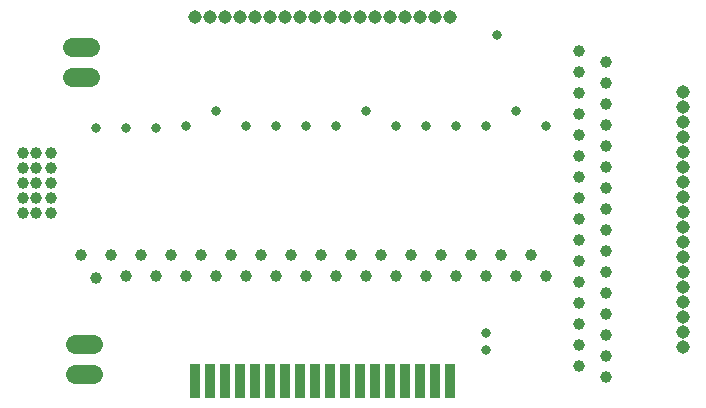
<source format=gbs>
G75*
%MOIN*%
%OFA0B0*%
%FSLAX25Y25*%
%IPPOS*%
%LPD*%
%AMOC8*
5,1,8,0,0,1.08239X$1,22.5*
%
%ADD10C,0.06406*%
%ADD11C,0.04500*%
%ADD12C,0.03869*%
%ADD13R,0.03500X0.11500*%
%ADD14C,0.03278*%
D10*
X0023048Y0011300D02*
X0028954Y0011300D01*
X0028954Y0021300D02*
X0023048Y0021300D01*
X0022048Y0110300D02*
X0027954Y0110300D01*
X0027954Y0120300D02*
X0022048Y0120300D01*
D11*
X0063001Y0130300D03*
X0068001Y0130300D03*
X0073001Y0130300D03*
X0078001Y0130300D03*
X0083001Y0130300D03*
X0088001Y0130300D03*
X0093001Y0130300D03*
X0098001Y0130300D03*
X0103001Y0130300D03*
X0108001Y0130300D03*
X0113001Y0130300D03*
X0118001Y0130300D03*
X0123001Y0130300D03*
X0128001Y0130300D03*
X0133001Y0130300D03*
X0138001Y0130300D03*
X0143001Y0130300D03*
X0148001Y0130300D03*
X0225501Y0105300D03*
X0225501Y0100300D03*
X0225501Y0095300D03*
X0225501Y0090300D03*
X0225501Y0085300D03*
X0225501Y0080300D03*
X0225501Y0075300D03*
X0225501Y0070300D03*
X0225501Y0065300D03*
X0225501Y0060300D03*
X0225501Y0055300D03*
X0225501Y0050300D03*
X0225501Y0045300D03*
X0225501Y0040300D03*
X0225501Y0035300D03*
X0225501Y0030300D03*
X0225501Y0025300D03*
X0225501Y0020300D03*
D12*
X0200001Y0017300D03*
X0191001Y0013800D03*
X0200001Y0010300D03*
X0191001Y0020800D03*
X0200001Y0024300D03*
X0191001Y0027800D03*
X0200001Y0031300D03*
X0191001Y0034800D03*
X0200001Y0038300D03*
X0191001Y0041800D03*
X0200001Y0045300D03*
X0191001Y0048800D03*
X0200001Y0052300D03*
X0191001Y0055800D03*
X0200001Y0059300D03*
X0191001Y0062800D03*
X0200001Y0066300D03*
X0191001Y0069800D03*
X0200001Y0073300D03*
X0191001Y0076800D03*
X0200001Y0080300D03*
X0191001Y0083800D03*
X0200001Y0087300D03*
X0191001Y0090800D03*
X0200001Y0094300D03*
X0191001Y0097800D03*
X0200001Y0101300D03*
X0191001Y0104800D03*
X0200001Y0108300D03*
X0191001Y0111800D03*
X0200001Y0115300D03*
X0191001Y0118800D03*
X0175001Y0050800D03*
X0180001Y0043800D03*
X0170001Y0043800D03*
X0165001Y0050800D03*
X0155001Y0050800D03*
X0145001Y0050800D03*
X0135001Y0050800D03*
X0140001Y0043800D03*
X0150001Y0043800D03*
X0160001Y0043800D03*
X0130001Y0043800D03*
X0120001Y0043800D03*
X0110001Y0043800D03*
X0100001Y0043800D03*
X0105001Y0050800D03*
X0115001Y0050800D03*
X0125001Y0050800D03*
X0095001Y0050800D03*
X0085001Y0050800D03*
X0075001Y0050800D03*
X0080001Y0043800D03*
X0090001Y0043800D03*
X0070001Y0043800D03*
X0065001Y0050800D03*
X0055001Y0050800D03*
X0045001Y0050800D03*
X0035001Y0050800D03*
X0040001Y0043800D03*
X0050001Y0043800D03*
X0060001Y0043800D03*
X0030001Y0043300D03*
X0025001Y0050800D03*
X0015001Y0064800D03*
X0010001Y0064800D03*
X0005501Y0064800D03*
X0005501Y0069800D03*
X0010001Y0069800D03*
X0015001Y0069800D03*
X0015001Y0074800D03*
X0010001Y0074800D03*
X0005501Y0074800D03*
X0005501Y0079800D03*
X0010001Y0079800D03*
X0015001Y0079800D03*
X0015001Y0084800D03*
X0010001Y0084800D03*
X0005501Y0084800D03*
D13*
X0063001Y0008800D03*
X0068001Y0008800D03*
X0073001Y0008800D03*
X0078001Y0008800D03*
X0083001Y0008800D03*
X0088001Y0008800D03*
X0093001Y0008800D03*
X0098001Y0008800D03*
X0103001Y0008800D03*
X0108001Y0008800D03*
X0113001Y0008800D03*
X0118001Y0008800D03*
X0123001Y0008800D03*
X0128001Y0008800D03*
X0133001Y0008800D03*
X0138001Y0008800D03*
X0143001Y0008800D03*
X0148001Y0008800D03*
D14*
X0160001Y0019300D03*
X0160001Y0024800D03*
X0050001Y0093300D03*
X0040001Y0093300D03*
X0030001Y0093300D03*
X0060001Y0093800D03*
X0070001Y0098800D03*
X0080001Y0093800D03*
X0090001Y0093800D03*
X0100001Y0093800D03*
X0110001Y0093800D03*
X0120001Y0098800D03*
X0130001Y0093800D03*
X0140001Y0093800D03*
X0150001Y0093800D03*
X0160001Y0093800D03*
X0170001Y0098800D03*
X0180001Y0093800D03*
X0163501Y0124300D03*
M02*

</source>
